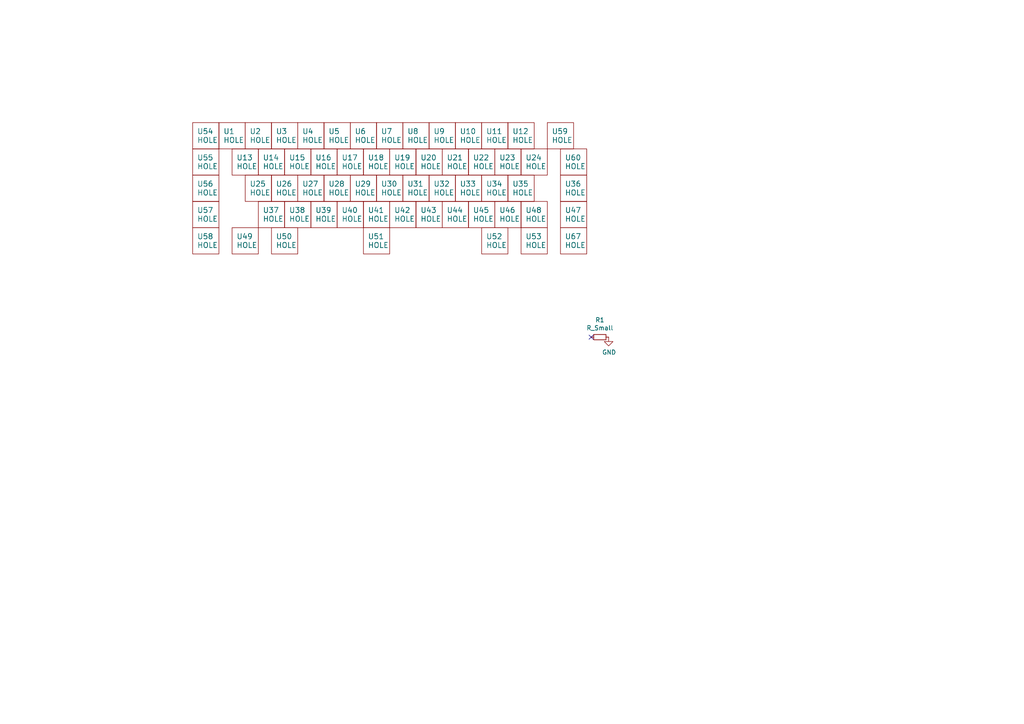
<source format=kicad_sch>
(kicad_sch (version 20211123) (generator eeschema)
  (paper "A4")
  (lib_symbols
    (symbol "Device:R_Small" (pin_numbers hide) (pin_names (offset 0.254) hide)
      (property "Reference" "R" (at 0.762 0.508 0))
      (property "Value" "R_Small" (at 0.762 -1.016 0))
      (symbol "R_Small_0_1"
        (rectangle (start -0.762 1.778) (end 0.762 -1.778) (stroke (width 0.2032)))
      )
      (symbol "R_Small_1_1"
        (pin passive line (at 0 2.54 270) (length 0.762) (name "~") (number "1"))
        (pin passive line (at 0 -2.54 90) (length 0.762) (name "~") (number "2"))
      )
    )
    (symbol "lets_split-cache:HOLE" (pin_names (offset 1.016))
      (property "Reference" "U" (at 0 5.08 0))
      (property "Value" "HOLE" (at 0 0 0))
      (symbol "HOLE_0_1"
        (rectangle (start -3.81 3.81) (end 3.81 -3.81))
      )
    )
    (symbol "power:GND" (power) (pin_names (offset 0))
      (property "Value" "GND" (at 0 -3.81 0))
      (symbol "GND_0_1"
        (polyline (pts (xy 0 0) (xy 0 -1.27) (xy 1.27 -1.27) (xy 0 -2.54) (xy -1.27 -1.27) (xy 0 -1.27)))
      )
      (symbol "GND_1_1"
        (pin power_in line (at 0 0 270) (length 0) hide (name "GND") (number "1"))
      )
    )
  )
  (no_connect (at 171.45 97.79))
  (symbol (lib_id "lets_split-cache:HOLE") (at 67.31 39.37 0) (unit 1)
    (property "Reference" "U1" (at 64.77 38.1 0) (effects (font (size 1.524 1.524)) (justify left)))
    (property "Value" "HOLE" (at 64.77 40.64 0) (effects (font (size 1.524 1.524)) (justify left)))
    (property "Footprint" "Keeb_footprints:MX_100_cutout" (effects hide))
  )
  (symbol (lib_id "lets_split-cache:HOLE") (at 74.93 39.37 0) (unit 1)
    (property "Reference" "U2" (at 72.39 38.1 0) (effects (font (size 1.524 1.524)) (justify left)))
    (property "Value" "HOLE" (at 72.39 40.64 0) (effects (font (size 1.524 1.524)) (justify left)))
    (property "Footprint" "Keeb_footprints:MX_100_cutout" (effects hide))
  )
  (symbol (lib_id "lets_split-cache:HOLE") (at 82.55 39.37 0) (unit 1)
    (property "Reference" "U3" (at 80.01 38.1 0) (effects (font (size 1.524 1.524)) (justify left)))
    (property "Value" "HOLE" (at 80.01 40.64 0) (effects (font (size 1.524 1.524)) (justify left)))
    (property "Footprint" "Keeb_footprints:MX_100_cutout" (effects hide))
  )
  (symbol (lib_id "lets_split-cache:HOLE") (at 90.17 39.37 0) (unit 1)
    (property "Reference" "U4" (at 87.63 38.1 0) (effects (font (size 1.524 1.524)) (justify left)))
    (property "Value" "HOLE" (at 87.63 40.64 0) (effects (font (size 1.524 1.524)) (justify left)))
    (property "Footprint" "Keeb_footprints:MX_100_cutout" (effects hide))
  )
  (symbol (lib_id "lets_split-cache:HOLE") (at 71.12 46.99 0) (unit 1)
    (property "Reference" "U13" (at 68.58 45.72 0) (effects (font (size 1.524 1.524)) (justify left)))
    (property "Value" "HOLE" (at 68.58 48.26 0) (effects (font (size 1.524 1.524)) (justify left)))
    (property "Footprint" "Keeb_footprints:MX_100_cutout" (effects hide))
  )
  (symbol (lib_id "lets_split-cache:HOLE") (at 78.74 46.99 0) (unit 1)
    (property "Reference" "U14" (at 76.2 45.72 0) (effects (font (size 1.524 1.524)) (justify left)))
    (property "Value" "HOLE" (at 76.2 48.26 0) (effects (font (size 1.524 1.524)) (justify left)))
    (property "Footprint" "Keeb_footprints:MX_100_cutout" (effects hide))
  )
  (symbol (lib_id "lets_split-cache:HOLE") (at 86.36 46.99 0) (unit 1)
    (property "Reference" "U15" (at 83.82 45.72 0) (effects (font (size 1.524 1.524)) (justify left)))
    (property "Value" "HOLE" (at 83.82 48.26 0) (effects (font (size 1.524 1.524)) (justify left)))
    (property "Footprint" "Keeb_footprints:MX_100_cutout" (effects hide))
  )
  (symbol (lib_id "lets_split-cache:HOLE") (at 93.98 46.99 0) (unit 1)
    (property "Reference" "U16" (at 91.44 45.72 0) (effects (font (size 1.524 1.524)) (justify left)))
    (property "Value" "HOLE" (at 91.44 48.26 0) (effects (font (size 1.524 1.524)) (justify left)))
    (property "Footprint" "Keeb_footprints:MX_100_cutout" (effects hide))
  )
  (symbol (lib_id "lets_split-cache:HOLE") (at 74.93 54.61 0) (unit 1)
    (property "Reference" "U25" (at 72.39 53.34 0) (effects (font (size 1.524 1.524)) (justify left)))
    (property "Value" "HOLE" (at 72.39 55.88 0) (effects (font (size 1.524 1.524)) (justify left)))
    (property "Footprint" "Keeb_footprints:MX_100_cutout" (effects hide))
  )
  (symbol (lib_id "lets_split-cache:HOLE") (at 82.55 54.61 0) (unit 1)
    (property "Reference" "U26" (at 80.01 53.34 0) (effects (font (size 1.524 1.524)) (justify left)))
    (property "Value" "HOLE" (at 80.01 55.88 0) (effects (font (size 1.524 1.524)) (justify left)))
    (property "Footprint" "Keeb_footprints:MX_100_cutout" (effects hide))
  )
  (symbol (lib_id "lets_split-cache:HOLE") (at 90.17 54.61 0) (unit 1)
    (property "Reference" "U27" (at 87.63 53.34 0) (effects (font (size 1.524 1.524)) (justify left)))
    (property "Value" "HOLE" (at 87.63 55.88 0) (effects (font (size 1.524 1.524)) (justify left)))
    (property "Footprint" "Keeb_footprints:MX_100_cutout" (effects hide))
  )
  (symbol (lib_id "lets_split-cache:HOLE") (at 97.79 54.61 0) (unit 1)
    (property "Reference" "U28" (at 95.25 53.34 0) (effects (font (size 1.524 1.524)) (justify left)))
    (property "Value" "HOLE" (at 95.25 55.88 0) (effects (font (size 1.524 1.524)) (justify left)))
    (property "Footprint" "Keeb_footprints:MX_100_cutout" (effects hide))
  )
  (symbol (lib_id "lets_split-cache:HOLE") (at 78.74 62.23 0) (unit 1)
    (property "Reference" "U37" (at 76.2 60.96 0) (effects (font (size 1.524 1.524)) (justify left)))
    (property "Value" "HOLE" (at 76.2 63.5 0) (effects (font (size 1.524 1.524)) (justify left)))
    (property "Footprint" "Keeb_footprints:MX_100_cutout" (effects hide))
  )
  (symbol (lib_id "lets_split-cache:HOLE") (at 86.36 62.23 0) (unit 1)
    (property "Reference" "U38" (at 83.82 60.96 0) (effects (font (size 1.524 1.524)) (justify left)))
    (property "Value" "HOLE" (at 83.82 63.5 0) (effects (font (size 1.524 1.524)) (justify left)))
    (property "Footprint" "Keeb_footprints:MX_100_cutout" (effects hide))
  )
  (symbol (lib_id "lets_split-cache:HOLE") (at 93.98 62.23 0) (unit 1)
    (property "Reference" "U39" (at 91.44 60.96 0) (effects (font (size 1.524 1.524)) (justify left)))
    (property "Value" "HOLE" (at 91.44 63.5 0) (effects (font (size 1.524 1.524)) (justify left)))
    (property "Footprint" "Keeb_footprints:MX_100_cutout" (effects hide))
  )
  (symbol (lib_id "lets_split-cache:HOLE") (at 101.6 62.23 0) (unit 1)
    (property "Reference" "U40" (at 99.06 60.96 0) (effects (font (size 1.524 1.524)) (justify left)))
    (property "Value" "HOLE" (at 99.06 63.5 0) (effects (font (size 1.524 1.524)) (justify left)))
    (property "Footprint" "Keeb_footprints:MX_100_cutout" (effects hide))
  )
  (symbol (lib_id "lets_split-cache:HOLE") (at 97.79 39.37 0) (unit 1)
    (property "Reference" "U5" (at 95.25 38.1 0) (effects (font (size 1.524 1.524)) (justify left)))
    (property "Value" "HOLE" (at 95.25 40.64 0) (effects (font (size 1.524 1.524)) (justify left)))
    (property "Footprint" "Keeb_footprints:MX_100_cutout" (effects hide))
  )
  (symbol (lib_id "lets_split-cache:HOLE") (at 105.41 39.37 0) (unit 1)
    (property "Reference" "U6" (at 102.87 38.1 0) (effects (font (size 1.524 1.524)) (justify left)))
    (property "Value" "HOLE" (at 102.87 40.64 0) (effects (font (size 1.524 1.524)) (justify left)))
    (property "Footprint" "Keeb_footprints:MX_100_cutout" (effects hide))
  )
  (symbol (lib_id "lets_split-cache:HOLE") (at 113.03 39.37 0) (unit 1)
    (property "Reference" "U7" (at 110.49 38.1 0) (effects (font (size 1.524 1.524)) (justify left)))
    (property "Value" "HOLE" (at 110.49 40.64 0) (effects (font (size 1.524 1.524)) (justify left)))
    (property "Footprint" "Keeb_footprints:MX_100_cutout" (effects hide))
  )
  (symbol (lib_id "lets_split-cache:HOLE") (at 120.65 39.37 0) (unit 1)
    (property "Reference" "U8" (at 118.11 38.1 0) (effects (font (size 1.524 1.524)) (justify left)))
    (property "Value" "HOLE" (at 118.11 40.64 0) (effects (font (size 1.524 1.524)) (justify left)))
    (property "Footprint" "Keeb_footprints:MX_100_cutout" (effects hide))
  )
  (symbol (lib_id "lets_split-cache:HOLE") (at 101.6 46.99 0) (unit 1)
    (property "Reference" "U17" (at 99.06 45.72 0) (effects (font (size 1.524 1.524)) (justify left)))
    (property "Value" "HOLE" (at 99.06 48.26 0) (effects (font (size 1.524 1.524)) (justify left)))
    (property "Footprint" "Keeb_footprints:MX_100_cutout" (effects hide))
  )
  (symbol (lib_id "lets_split-cache:HOLE") (at 109.22 46.99 0) (unit 1)
    (property "Reference" "U18" (at 106.68 45.72 0) (effects (font (size 1.524 1.524)) (justify left)))
    (property "Value" "HOLE" (at 106.68 48.26 0) (effects (font (size 1.524 1.524)) (justify left)))
    (property "Footprint" "Keeb_footprints:MX_100_cutout" (effects hide))
  )
  (symbol (lib_id "lets_split-cache:HOLE") (at 116.84 46.99 0) (unit 1)
    (property "Reference" "U19" (at 114.3 45.72 0) (effects (font (size 1.524 1.524)) (justify left)))
    (property "Value" "HOLE" (at 114.3 48.26 0) (effects (font (size 1.524 1.524)) (justify left)))
    (property "Footprint" "Keeb_footprints:MX_100_cutout" (effects hide))
  )
  (symbol (lib_id "lets_split-cache:HOLE") (at 124.46 46.99 0) (unit 1)
    (property "Reference" "U20" (at 121.92 45.72 0) (effects (font (size 1.524 1.524)) (justify left)))
    (property "Value" "HOLE" (at 121.92 48.26 0) (effects (font (size 1.524 1.524)) (justify left)))
    (property "Footprint" "Keeb_footprints:MX_100_cutout" (effects hide))
  )
  (symbol (lib_id "lets_split-cache:HOLE") (at 105.41 54.61 0) (unit 1)
    (property "Reference" "U29" (at 102.87 53.34 0) (effects (font (size 1.524 1.524)) (justify left)))
    (property "Value" "HOLE" (at 102.87 55.88 0) (effects (font (size 1.524 1.524)) (justify left)))
    (property "Footprint" "Keeb_footprints:MX_100_cutout" (effects hide))
  )
  (symbol (lib_id "lets_split-cache:HOLE") (at 113.03 54.61 0) (unit 1)
    (property "Reference" "U30" (at 110.49 53.34 0) (effects (font (size 1.524 1.524)) (justify left)))
    (property "Value" "HOLE" (at 110.49 55.88 0) (effects (font (size 1.524 1.524)) (justify left)))
    (property "Footprint" "Keeb_footprints:MX_100_cutout" (effects hide))
  )
  (symbol (lib_id "lets_split-cache:HOLE") (at 120.65 54.61 0) (unit 1)
    (property "Reference" "U31" (at 118.11 53.34 0) (effects (font (size 1.524 1.524)) (justify left)))
    (property "Value" "HOLE" (at 118.11 55.88 0) (effects (font (size 1.524 1.524)) (justify left)))
    (property "Footprint" "Keeb_footprints:MX_100_cutout" (effects hide))
  )
  (symbol (lib_id "lets_split-cache:HOLE") (at 128.27 54.61 0) (unit 1)
    (property "Reference" "U32" (at 125.73 53.34 0) (effects (font (size 1.524 1.524)) (justify left)))
    (property "Value" "HOLE" (at 125.73 55.88 0) (effects (font (size 1.524 1.524)) (justify left)))
    (property "Footprint" "Keeb_footprints:MX_100_cutout" (effects hide))
  )
  (symbol (lib_id "lets_split-cache:HOLE") (at 109.22 62.23 0) (unit 1)
    (property "Reference" "U41" (at 106.68 60.96 0) (effects (font (size 1.524 1.524)) (justify left)))
    (property "Value" "HOLE" (at 106.68 63.5 0) (effects (font (size 1.524 1.524)) (justify left)))
    (property "Footprint" "Keeb_footprints:MX_100_cutout" (effects hide))
  )
  (symbol (lib_id "lets_split-cache:HOLE") (at 116.84 62.23 0) (unit 1)
    (property "Reference" "U42" (at 114.3 60.96 0) (effects (font (size 1.524 1.524)) (justify left)))
    (property "Value" "HOLE" (at 114.3 63.5 0) (effects (font (size 1.524 1.524)) (justify left)))
    (property "Footprint" "Keeb_footprints:MX_100_cutout" (effects hide))
  )
  (symbol (lib_id "lets_split-cache:HOLE") (at 124.46 62.23 0) (unit 1)
    (property "Reference" "U43" (at 121.92 60.96 0) (effects (font (size 1.524 1.524)) (justify left)))
    (property "Value" "HOLE" (at 121.92 63.5 0) (effects (font (size 1.524 1.524)) (justify left)))
    (property "Footprint" "Keeb_footprints:MX_100_cutout" (effects hide))
  )
  (symbol (lib_id "lets_split-cache:HOLE") (at 132.08 62.23 0) (unit 1)
    (property "Reference" "U44" (at 129.54 60.96 0) (effects (font (size 1.524 1.524)) (justify left)))
    (property "Value" "HOLE" (at 129.54 63.5 0) (effects (font (size 1.524 1.524)) (justify left)))
    (property "Footprint" "Keeb_footprints:MX_100_cutout" (effects hide))
  )
  (symbol (lib_id "lets_split-cache:HOLE") (at 128.27 39.37 0) (unit 1)
    (property "Reference" "U9" (at 125.73 38.1 0) (effects (font (size 1.524 1.524)) (justify left)))
    (property "Value" "HOLE" (at 125.73 40.64 0) (effects (font (size 1.524 1.524)) (justify left)))
    (property "Footprint" "Keeb_footprints:MX_100_cutout" (effects hide))
  )
  (symbol (lib_id "lets_split-cache:HOLE") (at 135.89 39.37 0) (unit 1)
    (property "Reference" "U10" (at 133.35 38.1 0) (effects (font (size 1.524 1.524)) (justify left)))
    (property "Value" "HOLE" (at 133.35 40.64 0) (effects (font (size 1.524 1.524)) (justify left)))
    (property "Footprint" "Keeb_footprints:MX_100_cutout" (effects hide))
  )
  (symbol (lib_id "lets_split-cache:HOLE") (at 143.51 39.37 0) (unit 1)
    (property "Reference" "U11" (at 140.97 38.1 0) (effects (font (size 1.524 1.524)) (justify left)))
    (property "Value" "HOLE" (at 140.97 40.64 0) (effects (font (size 1.524 1.524)) (justify left)))
    (property "Footprint" "Keeb_footprints:MX_100_cutout" (effects hide))
  )
  (symbol (lib_id "lets_split-cache:HOLE") (at 151.13 39.37 0) (unit 1)
    (property "Reference" "U12" (at 148.59 38.1 0) (effects (font (size 1.524 1.524)) (justify left)))
    (property "Value" "HOLE" (at 148.59 40.64 0) (effects (font (size 1.524 1.524)) (justify left)))
    (property "Footprint" "Keeb_footprints:MX_100_cutout" (effects hide))
  )
  (symbol (lib_id "lets_split-cache:HOLE") (at 132.08 46.99 0) (unit 1)
    (property "Reference" "U21" (at 129.54 45.72 0) (effects (font (size 1.524 1.524)) (justify left)))
    (property "Value" "HOLE" (at 129.54 48.26 0) (effects (font (size 1.524 1.524)) (justify left)))
    (property "Footprint" "Keeb_footprints:MX_100_cutout" (effects hide))
  )
  (symbol (lib_id "lets_split-cache:HOLE") (at 139.7 46.99 0) (unit 1)
    (property "Reference" "U22" (at 137.16 45.72 0) (effects (font (size 1.524 1.524)) (justify left)))
    (property "Value" "HOLE" (at 137.16 48.26 0) (effects (font (size 1.524 1.524)) (justify left)))
    (property "Footprint" "Keeb_footprints:MX_100_cutout" (effects hide))
  )
  (symbol (lib_id "lets_split-cache:HOLE") (at 147.32 46.99 0) (unit 1)
    (property "Reference" "U23" (at 144.78 45.72 0) (effects (font (size 1.524 1.524)) (justify left)))
    (property "Value" "HOLE" (at 144.78 48.26 0) (effects (font (size 1.524 1.524)) (justify left)))
    (property "Footprint" "Keeb_footprints:MX_100_cutout" (effects hide))
  )
  (symbol (lib_id "lets_split-cache:HOLE") (at 154.94 46.99 0) (unit 1)
    (property "Reference" "U24" (at 152.4 45.72 0) (effects (font (size 1.524 1.524)) (justify left)))
    (property "Value" "HOLE" (at 152.4 48.26 0) (effects (font (size 1.524 1.524)) (justify left)))
    (property "Footprint" "Keeb_footprints:MX_100_cutout" (effects hide))
  )
  (symbol (lib_id "lets_split-cache:HOLE") (at 135.89 54.61 0) (unit 1)
    (property "Reference" "U33" (at 133.35 53.34 0) (effects (font (size 1.524 1.524)) (justify left)))
    (property "Value" "HOLE" (at 133.35 55.88 0) (effects (font (size 1.524 1.524)) (justify left)))
    (property "Footprint" "Keeb_footprints:MX_100_cutout" (effects hide))
  )
  (symbol (lib_id "lets_split-cache:HOLE") (at 143.51 54.61 0) (unit 1)
    (property "Reference" "U34" (at 140.97 53.34 0) (effects (font (size 1.524 1.524)) (justify left)))
    (property "Value" "HOLE" (at 140.97 55.88 0) (effects (font (size 1.524 1.524)) (justify left)))
    (property "Footprint" "Keeb_footprints:MX_100_cutout" (effects hide))
  )
  (symbol (lib_id "lets_split-cache:HOLE") (at 151.13 54.61 0) (unit 1)
    (property "Reference" "U35" (at 148.59 53.34 0) (effects (font (size 1.524 1.524)) (justify left)))
    (property "Value" "HOLE" (at 148.59 55.88 0) (effects (font (size 1.524 1.524)) (justify left)))
    (property "Footprint" "Keeb_footprints:MX_100_cutout" (effects hide))
  )
  (symbol (lib_id "lets_split-cache:HOLE") (at 166.37 54.61 0) (unit 1)
    (property "Reference" "U36" (at 163.83 53.34 0) (effects (font (size 1.524 1.524)) (justify left)))
    (property "Value" "HOLE" (at 163.83 55.88 0) (effects (font (size 1.524 1.524)) (justify left)))
    (property "Footprint" "Keeb_footprints:MX_225_cutout" (effects hide))
  )
  (symbol (lib_id "lets_split-cache:HOLE") (at 139.7 62.23 0) (unit 1)
    (property "Reference" "U45" (at 137.16 60.96 0) (effects (font (size 1.524 1.524)) (justify left)))
    (property "Value" "HOLE" (at 137.16 63.5 0) (effects (font (size 1.524 1.524)) (justify left)))
    (property "Footprint" "Keeb_footprints:MX_100_cutout" (effects hide))
  )
  (symbol (lib_id "lets_split-cache:HOLE") (at 147.32 62.23 0) (unit 1)
    (property "Reference" "U46" (at 144.78 60.96 0) (effects (font (size 1.524 1.524)) (justify left)))
    (property "Value" "HOLE" (at 144.78 63.5 0) (effects (font (size 1.524 1.524)) (justify left)))
    (property "Footprint" "Keeb_footprints:MX_100_cutout" (effects hide))
  )
  (symbol (lib_id "lets_split-cache:HOLE") (at 166.37 62.23 0) (unit 1)
    (property "Reference" "U47" (at 163.83 60.96 0) (effects (font (size 1.524 1.524)) (justify left)))
    (property "Value" "HOLE" (at 163.83 63.5 0) (effects (font (size 1.524 1.524)) (justify left)))
    (property "Footprint" "Keeb_footprints:MX_100_cutout" (effects hide))
  )
  (symbol (lib_id "lets_split-cache:HOLE") (at 71.12 69.85 0) (unit 1)
    (property "Reference" "U49" (at 68.58 68.58 0) (effects (font (size 1.524 1.524)) (justify left)))
    (property "Value" "HOLE" (at 68.58 71.12 0) (effects (font (size 1.524 1.524)) (justify left)))
    (property "Footprint" "Keeb_footprints:MX_100_cutout" (effects hide))
  )
  (symbol (lib_id "lets_split-cache:HOLE") (at 82.55 69.85 0) (unit 1)
    (property "Reference" "U50" (at 80.01 68.58 0) (effects (font (size 1.524 1.524)) (justify left)))
    (property "Value" "HOLE" (at 80.01 71.12 0) (effects (font (size 1.524 1.524)) (justify left)))
    (property "Footprint" "Keeb_footprints:MX_150_cutout" (effects hide))
  )
  (symbol (lib_id "lets_split-cache:HOLE") (at 109.22 69.85 0) (unit 1)
    (property "Reference" "U51" (at 106.68 68.58 0) (effects (font (size 1.524 1.524)) (justify left)))
    (property "Value" "HOLE" (at 106.68 71.12 0) (effects (font (size 1.524 1.524)) (justify left)))
    (property "Footprint" "Keeb_footprints:MX_700_cutout" (effects hide))
  )
  (symbol (lib_id "lets_split-cache:HOLE") (at 143.51 69.85 0) (unit 1)
    (property "Reference" "U52" (at 140.97 68.58 0) (effects (font (size 1.524 1.524)) (justify left)))
    (property "Value" "HOLE" (at 140.97 71.12 0) (effects (font (size 1.524 1.524)) (justify left)))
    (property "Footprint" "Keeb_footprints:MX_150_cutout" (effects hide))
  )
  (symbol (lib_id "power:GND") (at 176.53 97.79 0) (unit 1)
    (property "Reference" "#PWR0101" (effects hide))
    (property "Value" "GND" (at 176.657 102.1842 0))
  )
  (symbol (lib_id "Device:R_Small") (at 173.99 97.79 270) (unit 1)
    (property "Reference" "R1" (at 173.99 92.8116 90))
    (property "Value" "R_Small" (at 173.99 95.123 90))
    (property "Footprint" "Resistor_SMD:R_0603_1608Metric_Pad1.05x0.95mm_HandSolder" (effects hide))
  )
  (symbol (lib_id "lets_split-cache:HOLE") (at 59.69 54.61 0) (unit 1)
    (property "Reference" "U56" (at 57.15 53.34 0) (effects (font (size 1.524 1.524)) (justify left)))
    (property "Value" "HOLE" (at 57.15 55.88 0) (effects (font (size 1.524 1.524)) (justify left)))
    (property "Footprint" "Keeb_footprints:MX_175_cutout" (effects hide))
  )
  (symbol (lib_id "lets_split-cache:HOLE") (at 162.56 39.37 0) (unit 1)
    (property "Reference" "U59" (at 160.02 38.1 0) (effects (font (size 1.524 1.524)) (justify left)))
    (property "Value" "HOLE" (at 160.02 40.64 0) (effects (font (size 1.524 1.524)) (justify left)))
    (property "Footprint" "Keeb_footprints:MX_200_cutout" (effects hide))
  )
  (symbol (lib_id "lets_split-cache:HOLE") (at 59.69 62.23 0) (unit 1)
    (property "Reference" "U57" (at 57.15 60.96 0) (effects (font (size 1.524 1.524)) (justify left)))
    (property "Value" "HOLE" (at 57.15 63.5 0) (effects (font (size 1.524 1.524)) (justify left)))
    (property "Footprint" "Keeb_footprints:MX_225_cutout" (effects hide))
  )
  (symbol (lib_id "lets_split-cache:HOLE") (at 166.37 46.99 0) (unit 1)
    (property "Reference" "U60" (at 163.83 45.72 0) (effects (font (size 1.524 1.524)) (justify left)))
    (property "Value" "HOLE" (at 163.83 48.26 0) (effects (font (size 1.524 1.524)) (justify left)))
    (property "Footprint" "Keeb_footprints:MX_150_cutout" (effects hide))
  )
  (symbol (lib_id "lets_split-cache:HOLE") (at 166.37 69.85 0) (unit 1)
    (property "Reference" "U67" (at 163.83 68.58 0) (effects (font (size 1.524 1.524)) (justify left)))
    (property "Value" "HOLE" (at 163.83 71.12 0) (effects (font (size 1.524 1.524)) (justify left)))
    (property "Footprint" "Keeb_footprints:MX_150_cutout" (effects hide))
  )
  (symbol (lib_id "lets_split-cache:HOLE") (at 59.69 46.99 0) (unit 1)
    (property "Reference" "U55" (at 57.15 45.72 0) (effects (font (size 1.524 1.524)) (justify left)))
    (property "Value" "HOLE" (at 57.15 48.26 0) (effects (font (size 1.524 1.524)) (justify left)))
    (property "Footprint" "Keeb_footprints:MX_150_cutout" (effects hide))
  )
  (symbol (lib_id "lets_split-cache:HOLE") (at 154.94 62.23 0) (unit 1)
    (property "Reference" "U48" (at 152.4 60.96 0) (effects (font (size 1.524 1.524)) (justify left)))
    (property "Value" "HOLE" (at 152.4 63.5 0) (effects (font (size 1.524 1.524)) (justify left)))
    (property "Footprint" "Keeb_footprints:MX_175_cutout" (effects hide))
  )
  (symbol (lib_id "lets_split-cache:HOLE") (at 59.69 39.37 0) (unit 1)
    (property "Reference" "U54" (at 57.15 38.1 0) (effects (font (size 1.524 1.524)) (justify left)))
    (property "Value" "HOLE" (at 57.15 40.64 0) (effects (font (size 1.524 1.524)) (justify left)))
    (property "Footprint" "Keeb_footprints:MX_100_cutout" (effects hide))
  )
  (symbol (lib_id "lets_split-cache:HOLE") (at 154.94 69.85 0) (unit 1)
    (property "Reference" "U53" (at 152.4 68.58 0) (effects (font (size 1.524 1.524)) (justify left)))
    (property "Value" "HOLE" (at 152.4 71.12 0) (effects (font (size 1.524 1.524)) (justify left)))
    (property "Footprint" "Keeb_footprints:MX_100_cutout" (effects hide))
  )
  (symbol (lib_id "lets_split-cache:HOLE") (at 59.69 69.85 0) (unit 1)
    (property "Reference" "U58" (at 57.15 68.58 0) (effects (font (size 1.524 1.524)) (justify left)))
    (property "Value" "HOLE" (at 57.15 71.12 0) (effects (font (size 1.524 1.524)) (justify left)))
    (property "Footprint" "Keeb_footprints:MX_150_cutout" (effects hide))
  )
)
</source>
